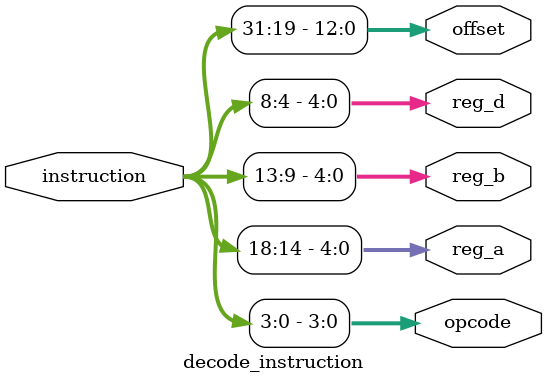
<source format=v>
module decode_instruction(
    input  wire [31:0] instruction,
    output wire [3:0]  opcode,
    output wire [4:0]  reg_a,
    output wire [4:0]  reg_b,
    output wire [4:0]  reg_d,
    output wire [12:0] offset
);


assign opcode = instruction[3:0];
assign reg_d  = instruction[8:4];
assign reg_b  = instruction[13:9];
assign reg_a  = instruction[18:14];

//Check the bits of the offset for the set of instructions
assign offset = instruction[31:19];

endmodule

</source>
